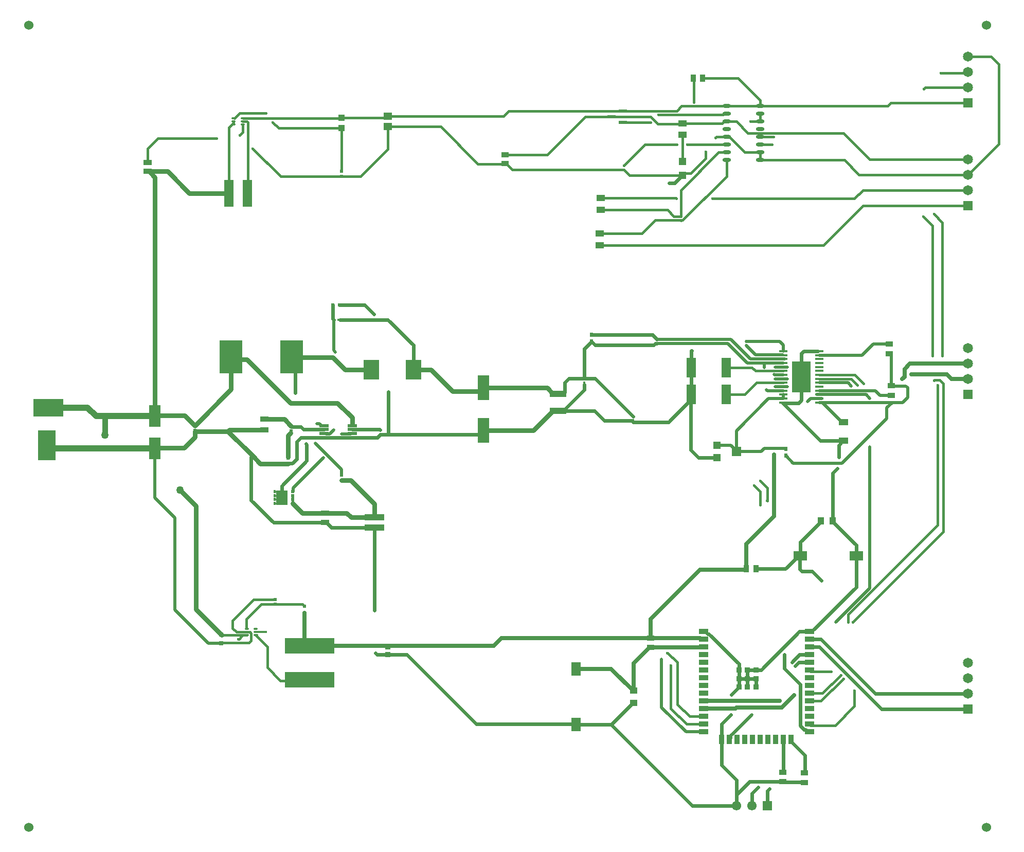
<source format=gtl>
G04*
G04 #@! TF.GenerationSoftware,Altium Limited,Altium Designer,24.9.1 (31)*
G04*
G04 Layer_Physical_Order=1*
G04 Layer_Color=255*
%FSLAX25Y25*%
%MOIN*%
G70*
G04*
G04 #@! TF.SameCoordinates,8287A4C5-CB0D-4E90-9DB4-BFF006B876B5*
G04*
G04*
G04 #@! TF.FilePolarity,Positive*
G04*
G01*
G75*
%ADD14C,0.01000*%
%ADD15R,0.05906X0.03543*%
%ADD16R,0.03543X0.05906*%
%ADD17R,0.03543X0.03543*%
%ADD18R,0.03568X0.03563*%
G04:AMPARAMS|DCode=19|XSize=26.38mil|YSize=11.81mil|CornerRadius=1.95mil|HoleSize=0mil|Usage=FLASHONLY|Rotation=0.000|XOffset=0mil|YOffset=0mil|HoleType=Round|Shape=RoundedRectangle|*
%AMROUNDEDRECTD19*
21,1,0.02638,0.00791,0,0,0.0*
21,1,0.02248,0.01181,0,0,0.0*
1,1,0.00390,0.01124,-0.00396*
1,1,0.00390,-0.01124,-0.00396*
1,1,0.00390,-0.01124,0.00396*
1,1,0.00390,0.01124,0.00396*
%
%ADD19ROUNDEDRECTD19*%
%ADD20R,0.12205X0.20394*%
%ADD21R,0.05807X0.01772*%
%ADD22O,0.05512X0.02362*%
%ADD23R,0.02362X0.02362*%
%ADD24R,0.32284X0.10236*%
%ADD25R,0.02756X0.02756*%
%ADD26R,0.04969X0.03378*%
%ADD27R,0.03378X0.04969*%
%ADD28R,0.01860X0.01843*%
%ADD29R,0.03937X0.04921*%
%ADD30R,0.05709X0.04921*%
%ADD31R,0.02362X0.02362*%
%ADD32R,0.04969X0.03771*%
%ADD33R,0.02441X0.02598*%
G04:AMPARAMS|DCode=34|XSize=17.72mil|YSize=61.02mil|CornerRadius=1.95mil|HoleSize=0mil|Usage=FLASHONLY|Rotation=90.000|XOffset=0mil|YOffset=0mil|HoleType=Round|Shape=RoundedRectangle|*
%AMROUNDEDRECTD34*
21,1,0.01772,0.05713,0,0,90.0*
21,1,0.01382,0.06102,0,0,90.0*
1,1,0.00390,0.02856,0.00691*
1,1,0.00390,0.02856,-0.00691*
1,1,0.00390,-0.02856,-0.00691*
1,1,0.00390,-0.02856,0.00691*
%
%ADD34ROUNDEDRECTD34*%
%ADD35R,0.01822X0.02190*%
%ADD36R,0.06496X0.12795*%
%ADD37R,0.10709X0.04016*%
%ADD38R,0.02362X0.02756*%
%ADD39R,0.01654X0.01811*%
%ADD40R,0.04724X0.04724*%
%ADD41R,0.05906X0.06299*%
%ADD42R,0.15158X0.21654*%
%ADD43R,0.05906X0.17323*%
%ADD44R,0.03771X0.04969*%
%ADD45R,0.03985X0.04168*%
%ADD46R,0.05315X0.03740*%
G04:AMPARAMS|DCode=47|XSize=58.04mil|YSize=23.03mil|CornerRadius=11.51mil|HoleSize=0mil|Usage=FLASHONLY|Rotation=180.000|XOffset=0mil|YOffset=0mil|HoleType=Round|Shape=RoundedRectangle|*
%AMROUNDEDRECTD47*
21,1,0.05804,0.00000,0,0,180.0*
21,1,0.03501,0.02303,0,0,180.0*
1,1,0.02303,-0.01750,0.00000*
1,1,0.02303,0.01750,0.00000*
1,1,0.02303,0.01750,0.00000*
1,1,0.02303,-0.01750,0.00000*
%
%ADD47ROUNDEDRECTD47*%
%ADD48R,0.05804X0.02303*%
%ADD49R,0.05512X0.04134*%
%ADD50R,0.04921X0.04528*%
%ADD51R,0.01772X0.01772*%
%ADD52R,0.09843X0.12992*%
%ADD53R,0.07480X0.16339*%
%ADD54R,0.01772X0.01772*%
%ADD55R,0.07284X0.13976*%
%ADD56R,0.02480X0.01968*%
%ADD57R,0.01614X0.01968*%
%ADD58R,0.07480X0.09646*%
%ADD59R,0.05512X0.03740*%
%ADD60R,0.06299X0.03937*%
%ADD61R,0.12992X0.04134*%
%ADD62R,0.05472X0.03780*%
%ADD63R,0.08661X0.06299*%
%ADD64R,0.08583X0.06299*%
%ADD65R,0.06299X0.08661*%
%ADD66R,0.06299X0.08583*%
%ADD67R,0.04921X0.03937*%
%ADD100C,0.06102*%
%ADD101R,0.06102X0.06102*%
%ADD104C,0.03000*%
%ADD105C,0.04000*%
%ADD106C,0.03500*%
%ADD107C,0.02000*%
%ADD108C,0.02300*%
%ADD109C,0.01500*%
%ADD110C,0.02500*%
%ADD111C,0.01400*%
%ADD112C,0.01900*%
%ADD113C,0.02200*%
%ADD114C,0.06000*%
%ADD115R,0.06496X0.06496*%
%ADD116C,0.06496*%
%ADD117R,0.19685X0.11811*%
%ADD118R,0.11811X0.19685*%
%ADD119C,0.05000*%
%ADD120C,0.01500*%
D14*
X257035Y269882D02*
X258315Y271161D01*
X255075Y275000D02*
X258315Y271760D01*
Y271161D02*
Y271760D01*
Y270563D02*
Y271161D01*
X253768Y267323D02*
X255075D01*
X258315Y270563D01*
X253768Y269882D02*
X257035D01*
X253768Y272441D02*
X257035D01*
X253768Y275000D02*
X255075D01*
D15*
X531551Y184209D02*
D03*
Y179209D02*
D03*
Y174209D02*
D03*
Y169209D02*
D03*
Y164209D02*
D03*
Y159209D02*
D03*
Y154209D02*
D03*
Y149209D02*
D03*
Y144209D02*
D03*
Y139209D02*
D03*
Y134209D02*
D03*
Y129209D02*
D03*
Y124209D02*
D03*
Y119209D02*
D03*
X600449D02*
D03*
Y124209D02*
D03*
Y129209D02*
D03*
Y134209D02*
D03*
Y139209D02*
D03*
Y144209D02*
D03*
Y149209D02*
D03*
Y154209D02*
D03*
Y159209D02*
D03*
Y164209D02*
D03*
Y169209D02*
D03*
Y174209D02*
D03*
Y179209D02*
D03*
Y184209D02*
D03*
D16*
X543500Y114287D02*
D03*
X548500D02*
D03*
X553500D02*
D03*
X558500D02*
D03*
X563500D02*
D03*
X568500D02*
D03*
X573500D02*
D03*
X578500D02*
D03*
X583500D02*
D03*
X588500D02*
D03*
D17*
X554583Y159327D02*
D03*
X560094D02*
D03*
X565606D02*
D03*
X554583Y153815D02*
D03*
X560094D02*
D03*
X565606D02*
D03*
X554583Y148303D02*
D03*
X560094D02*
D03*
X565606D02*
D03*
D18*
X327000Y169500D02*
D03*
Y174229D02*
D03*
D19*
X241413Y185968D02*
D03*
Y184000D02*
D03*
Y182032D02*
D03*
X235587D02*
D03*
Y184000D02*
D03*
Y185968D02*
D03*
X232913Y516968D02*
D03*
Y515000D02*
D03*
Y513031D02*
D03*
X227087D02*
D03*
Y515000D02*
D03*
Y516968D02*
D03*
D20*
X595067Y349425D02*
D03*
D21*
X606634Y366059D02*
D03*
Y363500D02*
D03*
Y360941D02*
D03*
Y358382D02*
D03*
Y355823D02*
D03*
Y353264D02*
D03*
Y350705D02*
D03*
Y348146D02*
D03*
Y345587D02*
D03*
Y343028D02*
D03*
Y340469D02*
D03*
Y337910D02*
D03*
Y335350D02*
D03*
Y332791D02*
D03*
X583500D02*
D03*
Y335350D02*
D03*
Y337910D02*
D03*
Y340469D02*
D03*
Y343028D02*
D03*
Y345587D02*
D03*
Y348146D02*
D03*
Y350705D02*
D03*
Y353264D02*
D03*
Y355823D02*
D03*
Y358382D02*
D03*
Y360941D02*
D03*
Y363500D02*
D03*
Y366059D02*
D03*
D22*
X546673Y525000D02*
D03*
Y520000D02*
D03*
Y515000D02*
D03*
Y510000D02*
D03*
Y505000D02*
D03*
Y500000D02*
D03*
Y495000D02*
D03*
Y490000D02*
D03*
X568327Y525000D02*
D03*
Y520000D02*
D03*
Y515000D02*
D03*
Y510000D02*
D03*
Y505000D02*
D03*
Y500000D02*
D03*
Y495000D02*
D03*
Y490000D02*
D03*
D23*
X273000Y200567D02*
D03*
Y196433D02*
D03*
D24*
X276500Y175024D02*
D03*
Y152976D02*
D03*
D25*
X219000Y176744D02*
D03*
Y182256D02*
D03*
D26*
X497500Y180059D02*
D03*
X652000Y370559D02*
D03*
Y364441D02*
D03*
X653500Y337441D02*
D03*
Y343559D02*
D03*
X597000Y86441D02*
D03*
Y92559D02*
D03*
X497500Y173941D02*
D03*
X583000Y86941D02*
D03*
Y93059D02*
D03*
D27*
X559441Y225000D02*
D03*
X565559D02*
D03*
D28*
X254000Y201917D02*
D03*
Y205083D02*
D03*
X297000Y479417D02*
D03*
Y482583D02*
D03*
X262500Y293417D02*
D03*
Y296583D02*
D03*
X297000Y282417D02*
D03*
Y285583D02*
D03*
D29*
X607563Y256000D02*
D03*
X615437D02*
D03*
D30*
X327000Y518347D02*
D03*
Y511654D02*
D03*
D31*
X291433Y396000D02*
D03*
X295567D02*
D03*
D32*
X403000Y493363D02*
D03*
Y487637D02*
D03*
D33*
X202000Y317732D02*
D03*
Y314268D02*
D03*
X264500Y314035D02*
D03*
Y317500D02*
D03*
D34*
X304153Y310161D02*
D03*
Y312720D02*
D03*
Y315280D02*
D03*
Y317839D02*
D03*
X285846Y310161D02*
D03*
Y312720D02*
D03*
Y315280D02*
D03*
Y317839D02*
D03*
D35*
X559500Y369609D02*
D03*
Y372391D02*
D03*
D36*
X546220Y355500D02*
D03*
X523779D02*
D03*
X546220Y338000D02*
D03*
X523779D02*
D03*
D37*
X437500Y327488D02*
D03*
Y338512D02*
D03*
D38*
X459000Y376665D02*
D03*
Y372335D02*
D03*
X585000Y302665D02*
D03*
Y298335D02*
D03*
D39*
X480000Y486299D02*
D03*
Y483701D02*
D03*
X517000Y450701D02*
D03*
Y453299D02*
D03*
X454500Y345701D02*
D03*
Y348299D02*
D03*
X501500Y371201D02*
D03*
Y373799D02*
D03*
X486000Y321201D02*
D03*
Y323799D02*
D03*
D40*
X540205Y304937D02*
D03*
Y297063D02*
D03*
D41*
X553000Y301000D02*
D03*
D42*
X225500Y362500D02*
D03*
X264673D02*
D03*
D43*
X236004Y468500D02*
D03*
X223996D02*
D03*
D44*
X525137Y543000D02*
D03*
X530863D02*
D03*
D45*
X297000Y510548D02*
D03*
Y517452D02*
D03*
D46*
X171500Y488453D02*
D03*
Y482547D02*
D03*
D47*
X472000Y518000D02*
D03*
X479364Y521740D02*
D03*
D48*
Y514260D02*
D03*
D49*
X518000Y513740D02*
D03*
Y506260D02*
D03*
X465000Y465240D02*
D03*
Y457760D02*
D03*
X464500Y434760D02*
D03*
Y442240D02*
D03*
D50*
X518000Y489126D02*
D03*
Y479874D02*
D03*
D51*
X291925Y386500D02*
D03*
X295075D02*
D03*
D52*
X316417Y354000D02*
D03*
X343583D02*
D03*
D53*
X389000Y342181D02*
D03*
Y314819D02*
D03*
D54*
X322000Y315075D02*
D03*
Y311925D02*
D03*
D55*
X176000Y323933D02*
D03*
Y303067D02*
D03*
D56*
X265500Y267323D02*
D03*
Y269882D02*
D03*
Y272441D02*
D03*
Y275000D02*
D03*
D57*
X253768D02*
D03*
Y272441D02*
D03*
Y269882D02*
D03*
Y267323D02*
D03*
D58*
X258315Y271161D02*
D03*
D59*
X247000Y314858D02*
D03*
Y322142D02*
D03*
D60*
X622500Y308095D02*
D03*
Y319905D02*
D03*
D61*
X318500Y251752D02*
D03*
Y258248D02*
D03*
D62*
X286500Y261110D02*
D03*
Y254890D02*
D03*
D63*
X594410Y233500D02*
D03*
D64*
X630590D02*
D03*
D65*
X449000Y160091D02*
D03*
D66*
Y123909D02*
D03*
D67*
X486500Y138063D02*
D03*
Y145937D02*
D03*
D100*
X553000Y71500D02*
D03*
X563000D02*
D03*
D101*
X573000D02*
D03*
D104*
X192500Y276000D02*
X202691Y265809D01*
Y198565D02*
Y265809D01*
Y198565D02*
X219224Y182032D01*
X143661Y323779D02*
X144000Y324118D01*
X202000Y314000D02*
X223443D01*
X244443Y293000D02*
X262500D01*
X176000Y323933D02*
Y478835D01*
X172287Y482547D02*
X176000Y478835D01*
X171500Y482547D02*
X184453D01*
X176000Y324366D02*
X195366D01*
X176433Y303500D02*
X195000D01*
X176000Y303067D02*
X176433Y303500D01*
X195000D02*
X202000Y310500D01*
Y314000D01*
X300390Y261110D02*
X303252Y258248D01*
X271713Y261110D02*
X300390D01*
X303252Y258248D02*
X318500D01*
X303083Y282417D02*
X318500Y267000D01*
Y258248D02*
Y267000D01*
X297000Y282417D02*
X303083D01*
X389000Y314819D02*
X421484D01*
X434154Y327488D01*
X389000Y342181D02*
X430484D01*
X434154Y338512D01*
X369000Y340000D02*
X386819D01*
X355000Y354000D02*
X369000Y340000D01*
X343583Y354000D02*
X355000D01*
X239222Y298221D02*
X244443Y293000D01*
X223443Y314000D02*
X239222Y298221D01*
X264000Y332500D02*
X294500D01*
X304000Y323000D01*
X235821Y360679D02*
X264000Y332500D01*
X265500Y267323D02*
X271713Y261110D01*
X227321Y360679D02*
X235821D01*
X225500Y362500D02*
X227321Y360679D01*
X304000Y319000D02*
Y323000D01*
X265173Y362000D02*
X291500D01*
X299500Y354000D02*
X316417D01*
X291500Y362000D02*
X299500Y354000D01*
X262500Y297500D02*
Y311500D01*
X264000Y313000D01*
X259858Y322142D02*
X264500Y317500D01*
X247000Y322142D02*
X259858D01*
X224301Y314858D02*
X247000D01*
X223443Y314000D02*
X224301Y314858D01*
X225500Y341232D02*
Y362500D01*
X202000Y317732D02*
X225500Y341232D01*
X195366Y324366D02*
X202000Y317732D01*
X198500Y468500D02*
X223996D01*
X184453Y482547D02*
X198500Y468500D01*
D105*
X144000Y324118D02*
X174358D01*
X137882D02*
X144000D01*
X132500Y329500D02*
X137882Y324118D01*
X108000Y303000D02*
X174358D01*
X106000Y305000D02*
X108000Y303000D01*
X107000Y329500D02*
X132500D01*
D106*
X143661Y311839D02*
Y323779D01*
D107*
X176000Y271000D02*
Y302000D01*
Y271000D02*
X189000Y258000D01*
Y198500D02*
Y258000D01*
Y198500D02*
X210756Y176744D01*
X219000D01*
X599000Y333500D02*
X600924Y335424D01*
X608500D01*
X583485Y340484D02*
X583500Y340469D01*
X573016Y340484D02*
X583485D01*
X572500Y341000D02*
X573016Y340484D01*
X571809Y358382D02*
X583500D01*
X560118D02*
X571809D01*
X571000Y357573D02*
X571809Y358382D01*
X571000Y355500D02*
Y357573D01*
X583500Y335350D02*
Y337910D01*
X646000Y337500D02*
X653441D01*
X606748Y332677D02*
X608547D01*
X643032Y340469D02*
X646000Y337500D01*
X606634Y332791D02*
X606748Y332677D01*
X606634Y340469D02*
X643032D01*
X606634Y332791D02*
X654000D01*
X608547Y332677D02*
X621319Y319905D01*
X583500Y355823D02*
X586000D01*
X577911D02*
X583500D01*
X577500Y351000D02*
X577795Y350705D01*
X583500D01*
X578001Y348175D02*
X583500Y348146D01*
X586001Y348132D01*
X650500Y322500D02*
Y329291D01*
X589835Y293500D02*
X621500D01*
X650500Y322500D01*
X654000Y332791D02*
X660791D01*
X650500Y329291D02*
X654000Y332791D01*
X585000Y298138D02*
X585181Y297957D01*
X585378D01*
X585000Y298138D02*
Y298335D01*
X585378Y297957D02*
X589835Y293500D01*
X653500Y343559D02*
X653559Y343500D01*
X662828D02*
X664000Y342328D01*
Y336000D02*
Y342328D01*
X653559Y343500D02*
X662828D01*
X660791Y332791D02*
X664000Y336000D01*
X549201Y373799D02*
X562059Y360941D01*
X547501Y370999D02*
X560118Y358382D01*
X562059Y360941D02*
X583500D01*
X584500D01*
X578000Y343013D02*
X583500Y342984D01*
X586089Y342970D01*
X501500Y370999D02*
X547501D01*
X565519Y363591D02*
X583024D01*
X559595Y369514D02*
X565519Y363591D01*
X501500Y373799D02*
X549201D01*
X559500Y369603D02*
X559589Y369514D01*
X559595D01*
X621319Y319905D02*
X622500D01*
X653441Y337500D02*
X653500Y337441D01*
Y343559D02*
Y363736D01*
X652795Y364441D02*
X653500Y363736D01*
X652000Y364441D02*
X652795D01*
X634500Y363500D02*
X641559Y370559D01*
X652000D01*
X606634Y363500D02*
X634500D01*
X553000Y314500D02*
X573850Y335350D01*
X583500D01*
X553000Y301197D02*
Y314500D01*
Y301000D02*
Y301197D01*
X571000Y303000D02*
X584819D01*
X585000Y302665D02*
Y302819D01*
X584819Y303000D02*
X585000Y302819D01*
X569000Y301000D02*
X571000Y303000D01*
X553000Y301000D02*
X569000D01*
X540205Y304937D02*
X549260D01*
X553000Y301197D01*
X559500Y369603D02*
Y369609D01*
X583500Y366059D02*
Y370000D01*
X581110Y372391D02*
X583500Y370000D01*
X559500Y372391D02*
X581110D01*
D108*
X583000Y332500D02*
X607406Y308095D01*
X583000Y332500D02*
X593220D01*
X565500Y148303D02*
X565606Y148409D01*
X543500Y114287D02*
Y124500D01*
Y97568D02*
Y114287D01*
X486000Y320000D02*
X508929D01*
X485000Y321000D02*
X486000Y320000D01*
X549780Y143500D02*
X554583Y148303D01*
X543500Y124500D02*
X549500Y130500D01*
X554583Y159327D02*
Y163235D01*
Y153815D02*
Y159327D01*
X535187Y182630D02*
X554583Y163235D01*
X560094Y148303D02*
Y153815D01*
X565606D01*
X560094Y159327D02*
X565606D01*
X560094Y153815D02*
Y159327D01*
X565779Y159500D02*
X569000D01*
X565606Y159327D02*
X565779Y159500D01*
X565606Y148409D02*
Y153815D01*
X554583D02*
X560094D01*
X554583Y148303D02*
Y153815D01*
X318500Y198000D02*
Y251752D01*
X319000Y170500D02*
X320000Y169500D01*
X327000D01*
X339500D01*
X647000Y134000D02*
X703000D01*
X606791Y174209D02*
X647000Y134000D01*
X643000Y144000D02*
X703000D01*
X600449Y179209D02*
X607791D01*
X643000Y144000D01*
X594000Y224847D02*
Y233090D01*
X595347Y223500D02*
X602000D01*
X594000Y233090D02*
X594410Y233500D01*
X594000Y224847D02*
X595347Y223500D01*
X602000D02*
X608000Y217500D01*
X584000Y160500D02*
Y169500D01*
Y160500D02*
X594400Y150100D01*
Y123200D02*
Y150100D01*
Y123200D02*
X596813Y120787D01*
X597689D01*
X599268Y119209D01*
X600449D01*
X523890Y366390D02*
X524000Y366500D01*
X589000Y164500D02*
X593709Y169209D01*
X600449D01*
X593209Y164209D02*
X600449D01*
X591000Y162000D02*
X593209Y164209D01*
X607406Y308095D02*
X621319D01*
X620500Y307276D02*
X621319Y308095D01*
X619500Y297500D02*
Y305095D01*
X621319Y308095D02*
X622500D01*
X620500Y306095D02*
Y307276D01*
X619500Y305095D02*
X620500Y306095D01*
X615437Y286937D02*
X618500Y290000D01*
X615437Y256000D02*
Y286937D01*
X512929Y475000D02*
X517803Y479874D01*
X509500Y475000D02*
X512929D01*
X517803Y479874D02*
X518000D01*
X523779Y366280D02*
X523890Y366390D01*
X523779Y355500D02*
Y366280D01*
X600449Y174209D02*
X606791D01*
X573000Y71500D02*
Y81000D01*
X574500Y82500D01*
X563000Y79500D02*
X567000Y83500D01*
X563000Y71500D02*
Y79500D01*
X553000Y78500D02*
Y88068D01*
X582941Y87000D02*
X583000Y86941D01*
X561500Y87000D02*
X582941D01*
X553000Y78500D02*
X561500Y87000D01*
X553000Y71500D02*
Y78500D01*
X543500Y97568D02*
X553000Y88068D01*
X471854Y123909D02*
X524264Y71500D01*
X553000D01*
X384500Y124500D02*
X448410D01*
X449000Y123909D01*
X339500Y169500D02*
X384500Y124500D01*
X583000Y86941D02*
X583250Y86691D01*
X596750D01*
X597000Y86441D01*
X597500Y93059D02*
Y104106D01*
X597000Y92559D02*
X597500Y93059D01*
X588500Y113106D02*
X597500Y104106D01*
X588500Y113106D02*
Y114287D01*
X583000Y93059D02*
X583250Y93309D01*
Y114037D01*
X583500Y114287D01*
X601630Y184209D02*
X630590Y213169D01*
Y233500D01*
X600449Y184209D02*
X601630D01*
X615437Y255508D02*
X630590Y240354D01*
Y233500D02*
Y240354D01*
X615437Y255508D02*
Y256000D01*
X607563Y255508D02*
Y256000D01*
X594410Y233500D02*
Y242354D01*
X607563Y255508D01*
X584728Y225000D02*
X593228Y233500D01*
X594410D01*
X565559Y225000D02*
X584728D01*
X569000Y159500D02*
X593709Y184209D01*
X600449D01*
X534311Y182630D02*
X535187D01*
X532732Y184209D02*
X534311Y182630D01*
X531551Y184209D02*
X532732D01*
X449000Y123909D02*
X471854D01*
X486008Y138063D01*
X596536Y366036D02*
X605536D01*
X595067Y364567D02*
X596536Y366036D01*
X595067Y349425D02*
Y364567D01*
X523779Y338000D02*
Y355500D01*
X500500Y370999D02*
X501500D01*
X595067Y334347D02*
Y349425D01*
X593220Y332500D02*
X595067Y334347D01*
X508929Y320000D02*
X523500Y334571D01*
Y336146D01*
Y302000D02*
Y334571D01*
Y336146D02*
X523779Y336425D01*
X528437Y297063D02*
X540205D01*
X523500Y302000D02*
X528437Y297063D01*
X440846Y327488D02*
X461012D01*
X437500D02*
X440846D01*
X467500Y321000D02*
X485000D01*
X461012Y327488D02*
X467500Y321000D01*
X461500Y348299D02*
X486000Y323799D01*
X454500Y348299D02*
X461500D01*
X499501Y370000D02*
X500500Y370999D01*
X461335Y370000D02*
X499501D01*
X459228Y372107D02*
X461335Y370000D01*
X459000Y372138D02*
Y372335D01*
Y372138D02*
X459031Y372107D01*
X459228D01*
X498634Y376665D02*
X501500Y373799D01*
X459000Y376665D02*
X498634D01*
X454500Y348299D02*
Y367638D01*
X459000Y372138D01*
X440846Y327488D02*
X454500Y341142D01*
Y344500D01*
X444500Y348500D02*
X454299D01*
X454500Y348299D01*
X437500Y338512D02*
X440846D01*
X441704Y339370D01*
Y345704D01*
X444500Y348500D01*
X434154Y327488D02*
X437500D01*
X434154Y338512D02*
X437500D01*
X386819Y340000D02*
X389000Y342181D01*
X327500Y311925D02*
X386410D01*
X322000D02*
X327500D01*
Y339617D01*
X312000Y396000D02*
X318000Y390000D01*
X295567Y396000D02*
X312000D01*
X238500Y269500D02*
Y297500D01*
X239222Y298221D01*
X238500Y269500D02*
X253110Y254890D01*
X286500D01*
X265173Y362000D02*
X267000Y360173D01*
Y339000D02*
Y360173D01*
X264673Y362500D02*
X265173Y362000D01*
X274500Y295000D02*
Y305500D01*
X274000Y306000D02*
X274500Y305500D01*
X258315Y271760D02*
Y278815D01*
X274500Y295000D01*
X265185Y293185D02*
X268000Y296000D01*
X263280Y293185D02*
X265185D01*
X268000Y296000D02*
Y307500D01*
X286108Y309900D02*
X303892D01*
X304153Y310161D01*
X270661D02*
X285846D01*
X268000Y307500D02*
X270661Y310161D01*
X285846D02*
X286108Y309900D01*
X270650Y316850D02*
X272220Y315280D01*
X264970Y317000D02*
X267735D01*
X267885Y316850D01*
X270650D01*
X272220Y315280D02*
X285846D01*
X327000Y386500D02*
X343583Y369917D01*
X296000Y386500D02*
X327000D01*
X343583Y354000D02*
Y369917D01*
X291433Y386992D02*
X291925Y386500D01*
X291433Y386992D02*
Y396000D01*
X287347Y254890D02*
X290484Y251752D01*
X286500Y254890D02*
X287347D01*
X290484Y251752D02*
X318500D01*
X389000Y314515D02*
Y314819D01*
X386410Y311925D02*
X389000Y314515D01*
X320236Y310161D02*
X322000Y311925D01*
X304153Y310161D02*
X320236D01*
X304153Y315280D02*
X321795D01*
D109*
X228969Y184031D02*
X235587D01*
X219000Y177000D02*
X237000D01*
X171500Y488453D02*
Y497500D01*
X178000Y504000D02*
X216000D01*
X171500Y497500D02*
X178000Y504000D01*
X223996Y510925D02*
X227087Y514016D01*
X230000Y179500D02*
X230797D01*
X232500Y181203D01*
Y182032D01*
X235587D01*
X219224D02*
X232500D01*
X257500Y152500D02*
X276024D01*
X249000Y161000D02*
Y174445D01*
Y161000D02*
X257500Y152500D01*
X241982Y181463D02*
X249000Y174445D01*
X276024Y152500D02*
X276500Y152976D01*
X241413Y182032D02*
X241823D01*
X241982Y181872D01*
Y181463D02*
Y181872D01*
X271650Y201917D02*
X273000Y200567D01*
X254000Y201917D02*
X271650D01*
X235500Y192500D02*
X244917Y201917D01*
X235500Y186528D02*
Y192500D01*
X244917Y201917D02*
X254000D01*
X226500Y186500D02*
X228969Y184031D01*
X226500Y186500D02*
Y191500D01*
X240083Y205083D01*
X254000D01*
X238500Y178500D02*
Y183121D01*
X236156Y184000D02*
X237621D01*
X237000Y177000D02*
X238500Y178500D01*
X237621Y184000D02*
X238500Y183121D01*
X718000Y557000D02*
X723000Y552000D01*
Y500500D02*
Y552000D01*
X703000Y557000D02*
X718000D01*
X703000Y480500D02*
X723000Y500500D01*
X702500Y546500D02*
X703000Y547000D01*
X685500Y546500D02*
X702500D01*
X675500Y537000D02*
X703000D01*
X674500Y536000D02*
X675500Y537000D01*
X653000Y527000D02*
X703000D01*
X681000Y455000D02*
X686500Y449500D01*
Y363000D02*
Y449500D01*
X674000Y453500D02*
X680000Y447500D01*
Y363000D02*
Y447500D01*
X639500Y490500D02*
X703000D01*
X635000Y470500D02*
X703000D01*
X635000Y460500D02*
X703000D01*
X568327Y525000D02*
X651000D01*
X653000Y527000D01*
X683500Y253389D02*
Y344000D01*
X625500Y195389D02*
X683500Y253389D01*
X684750Y347250D02*
X687000Y345000D01*
X681000Y347000D02*
X681250Y347250D01*
X684750D01*
X687000Y249000D02*
Y345000D01*
X628500Y190500D02*
X687000Y249000D01*
X625500Y190500D02*
Y195389D01*
X617000Y123500D02*
X629500Y136000D01*
Y146000D01*
X608709Y144209D02*
X620553Y156053D01*
X600449Y144209D02*
X608709D01*
X600449Y139209D02*
X607709D01*
X622250Y153750D01*
X568500Y282000D02*
X573000Y277500D01*
Y269000D02*
Y277500D01*
X600449Y124209D02*
X601158Y123500D01*
X617000D01*
X601158Y158500D02*
X614500D01*
X600449Y159209D02*
X601158Y158500D01*
X568500Y266500D02*
Y275000D01*
X564500Y279000D02*
X568500Y275000D01*
X568327Y500000D02*
X576000D01*
X568327Y505000D02*
X577000D01*
X510500Y134500D02*
Y162500D01*
Y134500D02*
X520791Y124209D01*
X531551D01*
X508000Y170500D02*
X508500D01*
X514664Y164336D01*
Y137164D02*
X522620Y129209D01*
X531551D01*
X514664Y137164D02*
Y164336D01*
X627354Y348146D02*
X631500Y344000D01*
X606634Y348146D02*
X627354D01*
X629795Y350705D02*
X635500Y345000D01*
X606634Y350705D02*
X629795D01*
X483827Y479874D02*
X517803D01*
X563000Y355500D02*
X565236Y353264D01*
X578932Y353250D02*
X578946Y353264D01*
X583500D01*
X568554D02*
X568568Y353250D01*
X565236Y353264D02*
X568554D01*
X568568Y353250D02*
X578932D01*
X546220Y355500D02*
X563000D01*
X558500Y338000D02*
X566087Y345587D01*
X583500D01*
X546220Y338000D02*
X558500D01*
X264500Y317471D02*
Y317500D01*
Y317471D02*
X264970Y317000D01*
X629500Y465000D02*
X635000Y470500D01*
X537500Y465000D02*
X629500D01*
X465000Y465240D02*
X513760D01*
X514000Y465000D01*
X533000Y491000D02*
Y495500D01*
X518000Y479874D02*
X519514Y481388D01*
X523388D01*
X533000Y491000D01*
X517000Y470500D02*
X541500Y495000D01*
X518057Y450856D02*
X546673Y479472D01*
X541500Y495000D02*
X546673D01*
X517000Y453378D02*
Y470500D01*
X546673Y479472D02*
Y490000D01*
X609260Y434760D02*
X635000Y460500D01*
X464500Y434760D02*
X609260D01*
X540000Y505000D02*
X546673D01*
X539500Y504500D02*
X540000Y505000D01*
X525500Y527500D02*
Y542637D01*
X525137Y543000D02*
X525500Y542637D01*
X562000Y515000D02*
X568327D01*
X622500Y507500D02*
X639500Y490500D01*
X560500Y507500D02*
X622500D01*
X553000Y515000D02*
X560500Y507500D01*
X546673Y515000D02*
X553000D01*
X623000Y490000D02*
X632500Y480500D01*
X703000D01*
X568327Y490000D02*
X623000D01*
X516701Y451000D02*
X516845Y450856D01*
X517000Y450701D02*
Y450779D01*
X516923Y450856D02*
X517000Y450779D01*
X516845Y450856D02*
X516923D01*
X500500Y451000D02*
X516701D01*
X491740Y442240D02*
X500500Y451000D01*
X464500Y442240D02*
X491740D01*
X516845Y453455D02*
X516923D01*
X517000Y453299D02*
Y453378D01*
X516923Y453455D02*
X517000Y453378D01*
X516799Y453500D02*
X516845Y453455D01*
X512500Y453500D02*
X516799D01*
X508240Y457760D02*
X512500Y453500D01*
X465000Y457760D02*
X508240D01*
X493701Y500000D02*
X514500D01*
X521000D02*
X546673D01*
X480077Y486455D02*
X480156D01*
X493701Y500000D01*
X480000Y486299D02*
Y486378D01*
X480077Y486455D01*
X480000Y483622D02*
X480077Y483545D01*
X480156D01*
X483827Y479874D01*
X480000Y483622D02*
Y483701D01*
X403000Y487637D02*
X403599D01*
X407535Y483701D01*
X480000D01*
X518000Y513740D02*
X543605D01*
X544865Y515000D01*
X546673D01*
X544365Y519500D02*
X544865Y520000D01*
X546673D01*
X502500Y519500D02*
X544365D01*
X497260Y514260D02*
X497500Y514500D01*
X479364Y514260D02*
X497260D01*
X568327Y525000D02*
Y528673D01*
X530863Y543000D02*
X554000D01*
X568327Y528673D01*
X514240Y521740D02*
X517500Y525000D01*
X546673D01*
X479364Y521740D02*
X514240D01*
X518000Y489126D02*
Y506260D01*
X517760Y513500D02*
X518000Y513740D01*
X502000Y513500D02*
X517760D01*
X497500Y518000D02*
X502000Y513500D01*
X472000Y518000D02*
X497500D01*
X568327Y490000D02*
Y495000D01*
X546673Y505000D02*
X548248D01*
X558248Y495000D01*
X568327D01*
Y515000D02*
Y520000D01*
X546673Y525000D02*
X568327D01*
X455000Y518000D02*
X472000D01*
X403000Y493363D02*
X430363D01*
X455000Y518000D01*
X402863Y487500D02*
X403000Y487637D01*
X385500Y487500D02*
X402863D01*
X361347Y511654D02*
X385500Y487500D01*
X327000Y511654D02*
X361347D01*
X402000Y518500D02*
X405240Y521740D01*
X327153Y518500D02*
X402000D01*
X326105Y517452D02*
X327153Y518500D01*
X405240Y521740D02*
X479364D01*
X233500Y517000D02*
X296548D01*
X297000Y517452D01*
X235569Y515000D02*
X236232Y514336D01*
Y468728D02*
Y514336D01*
X232913Y515000D02*
X232913Y515000D01*
X235569D01*
X297000Y517452D02*
X326105D01*
X309417Y479417D02*
X327000Y497000D01*
Y511654D01*
X297000Y479417D02*
X309417D01*
X297000Y482583D02*
Y510548D01*
X239500Y497500D02*
X257583Y479417D01*
X297000D01*
X231028Y520500D02*
X248000D01*
X227656Y517128D02*
X231028Y520500D01*
X252500Y514500D02*
X256452Y510548D01*
X297000D01*
X233000Y508000D02*
Y513000D01*
X231000Y506000D02*
X233000Y508000D01*
X236004Y468500D02*
X236232Y468728D01*
X223996Y468500D02*
Y510925D01*
X265500Y269882D02*
Y272441D01*
Y267323D02*
Y269882D01*
D110*
X552709Y139209D02*
X553000Y139500D01*
X531551Y139209D02*
X552709D01*
X531551Y134209D02*
X552209D01*
X553000Y135000D01*
X276500Y175024D02*
X395532D01*
X273000Y178524D02*
X276500Y175024D01*
X273000Y178524D02*
Y196433D01*
X400567Y180059D02*
X497500D01*
X395532Y175024D02*
X400567Y180059D01*
X530370Y179209D02*
X531551D01*
X497500Y180059D02*
X529520D01*
X530370Y179209D01*
X497500Y180059D02*
Y192500D01*
X529500Y224500D01*
X559441Y224939D02*
Y225000D01*
X529500Y224500D02*
X559002D01*
X559441Y224939D01*
Y240941D02*
X577500Y259000D01*
X559441Y225000D02*
Y240941D01*
X577500Y259000D02*
Y299000D01*
X665500Y358000D02*
X703000D01*
X662000Y354500D02*
X665500Y358000D01*
X582500Y135000D02*
X590500Y143000D01*
X553000Y135000D02*
X582500D01*
X553000Y139500D02*
X581186D01*
X531417Y174075D02*
X531551Y174209D01*
X497500Y173941D02*
X497634Y174075D01*
X531417D01*
X471854Y160091D02*
X486008Y145937D01*
X449000Y160091D02*
X471854D01*
X486008Y145937D02*
X486500D01*
Y163736D02*
X496705Y173941D01*
X486500Y145937D02*
Y163736D01*
X496705Y173941D02*
X497500D01*
X662000Y349500D02*
Y354500D01*
X660500Y348000D02*
X662000Y349500D01*
X666500Y351000D02*
X689500D01*
X692500Y348000D02*
X703000D01*
X689500Y351000D02*
X692500Y348000D01*
D111*
X241982Y184000D02*
X248000D01*
D112*
X281127Y318873D02*
X282775D01*
X283745Y317903D01*
X504500Y135000D02*
X520291Y119209D01*
X531551D01*
X504500Y135000D02*
Y166500D01*
X606634Y337910D02*
X637090D01*
X605000D02*
X606634D01*
X637090D02*
X639500Y335500D01*
X606634Y345587D02*
X625413D01*
X627500Y343500D01*
X549322Y115109D02*
Y116884D01*
X548500Y114287D02*
X549322Y115109D01*
X550278Y117841D02*
Y117841D01*
X562938Y130500D01*
X549322Y116884D02*
X550278Y117841D01*
X617500Y190500D02*
X639500Y212500D01*
Y304000D01*
X562938Y130500D02*
X563000D01*
X289500Y312500D02*
X292000Y315000D01*
X297000Y312500D02*
X303000D01*
X287000D02*
X289500D01*
X265500Y275000D02*
X265693D01*
X265727Y275034D02*
Y277227D01*
X265693Y275000D02*
X265727Y275034D01*
Y277227D02*
X285500Y297000D01*
X280000Y306500D02*
X297000Y289500D01*
Y285583D02*
Y289500D01*
X291925Y366575D02*
X293000Y365500D01*
X291925Y366575D02*
Y386500D01*
D113*
X321795Y315280D02*
X322000Y315075D01*
D114*
X715000Y57500D02*
D03*
X94500D02*
D03*
X715000Y577500D02*
D03*
X94500D02*
D03*
D115*
X703000Y460500D02*
D03*
Y527000D02*
D03*
Y134000D02*
D03*
X703000Y338000D02*
D03*
D116*
X703000Y470500D02*
D03*
Y480500D02*
D03*
Y490500D02*
D03*
Y537000D02*
D03*
Y547000D02*
D03*
Y557000D02*
D03*
Y164000D02*
D03*
Y154000D02*
D03*
Y144000D02*
D03*
X703000Y348000D02*
D03*
Y358000D02*
D03*
Y368000D02*
D03*
D117*
X107000Y329500D02*
D03*
D118*
X106000Y305000D02*
D03*
D119*
X192500Y276000D02*
D03*
X143661Y311839D02*
D03*
D120*
X549780Y143500D02*
D03*
X549500Y130500D02*
D03*
X554583Y159327D02*
D03*
X565606D02*
D03*
X560094Y153815D02*
D03*
Y148303D02*
D03*
Y159327D02*
D03*
X554583Y148303D02*
D03*
X565500D02*
D03*
X554583Y153815D02*
D03*
X565606D02*
D03*
X318500Y198000D02*
D03*
X319000Y170500D02*
D03*
X230000Y179500D02*
D03*
X248000Y184000D02*
D03*
X577500Y299000D02*
D03*
X599000Y333500D02*
D03*
X572500Y341000D02*
D03*
X571000Y355500D02*
D03*
X281000Y319000D02*
D03*
X674500Y536000D02*
D03*
X685500Y546500D02*
D03*
X681000Y455000D02*
D03*
X674000Y453500D02*
D03*
X686500Y363000D02*
D03*
X680000D02*
D03*
X683500Y344000D02*
D03*
X681000Y347000D02*
D03*
X625500Y190500D02*
D03*
X628500D02*
D03*
X629500Y146000D02*
D03*
X620553Y156053D02*
D03*
X622250Y153750D02*
D03*
X608000Y217500D02*
D03*
X584000Y169500D02*
D03*
X581186Y139500D02*
D03*
X590500Y143000D02*
D03*
X504500Y166500D02*
D03*
X568500Y282000D02*
D03*
X627500Y343500D02*
D03*
X617500Y190500D02*
D03*
X589000Y164500D02*
D03*
X639500Y304000D02*
D03*
Y335500D02*
D03*
X563000Y130500D02*
D03*
X591000Y162000D02*
D03*
X572841Y269158D02*
D03*
X614500Y158500D02*
D03*
X568500Y266500D02*
D03*
X564500Y279000D02*
D03*
X577911Y355823D02*
D03*
X577500Y351000D02*
D03*
X577911Y348175D02*
D03*
X576000Y500000D02*
D03*
X577000Y505000D02*
D03*
X510500Y162500D02*
D03*
X508000Y170500D02*
D03*
X618500Y290000D02*
D03*
X635500Y345000D02*
D03*
X631500Y344000D02*
D03*
X619500Y297500D02*
D03*
X509500Y475000D02*
D03*
X523890Y366390D02*
D03*
X574500Y82500D02*
D03*
X567000Y83500D02*
D03*
X666500Y351000D02*
D03*
X660500Y348000D02*
D03*
X578000Y343013D02*
D03*
X327500Y339617D02*
D03*
X318000Y390000D02*
D03*
X267000Y339000D02*
D03*
X274000Y306000D02*
D03*
X292000Y315000D02*
D03*
X297000Y312500D02*
D03*
X285500Y297000D02*
D03*
X280000Y306500D02*
D03*
X293000Y365500D02*
D03*
X537500Y465000D02*
D03*
X514000D02*
D03*
X533000Y495500D02*
D03*
X539500Y504500D02*
D03*
X525500Y527500D02*
D03*
X562000Y515000D02*
D03*
X514500Y500000D02*
D03*
X521000D02*
D03*
X502500Y519500D02*
D03*
X497500Y514500D02*
D03*
X239500Y497500D02*
D03*
X248000Y520500D02*
D03*
X252500Y514500D02*
D03*
X231000Y506000D02*
D03*
X216000Y504000D02*
D03*
M02*

</source>
